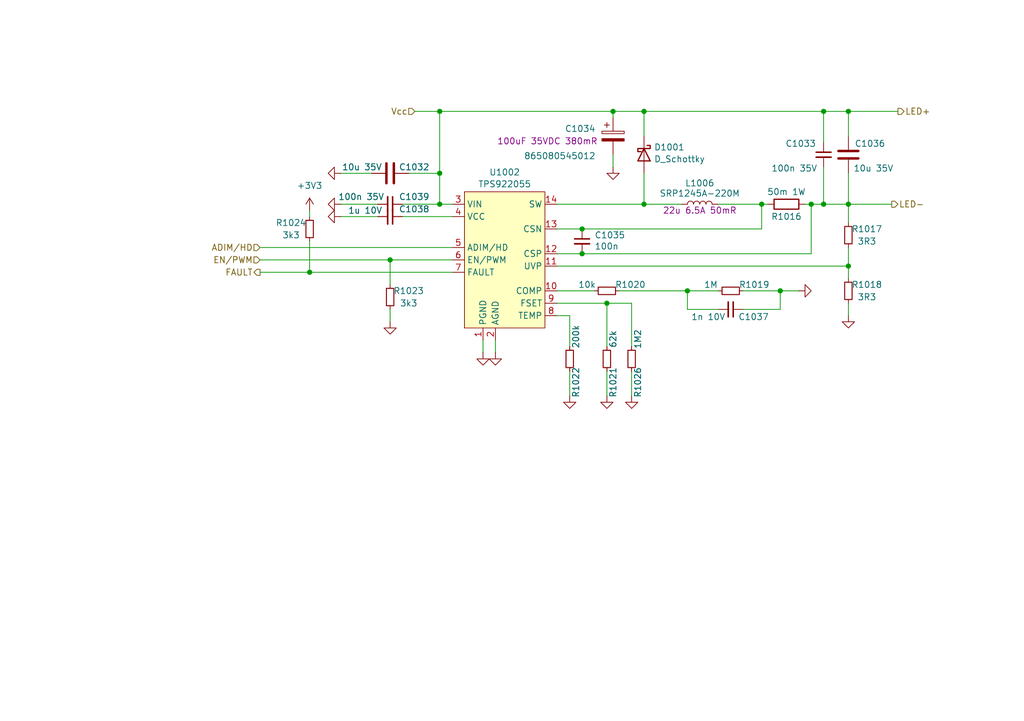
<source format=kicad_sch>
(kicad_sch (version 20231120) (generator "eeschema") (generator_version "8.0")
  (paper "A5")
  (lib_symbols
    (symbol "Device:C" (pin_numbers hide) (pin_names (offset 0.254))
      (property "Reference" "C" (at 0.635 2.54 0))
      (property "Value" "C" (at 0.635 -2.54 0))
      (symbol "C_0_1"
        (polyline (pts (xy -2.032 -0.762) (xy 2.032 -0.762)) (stroke (width 0.508)))
        (polyline (pts (xy -2.032 0.762) (xy 2.032 0.762)) (stroke (width 0.508)))
      )
      (symbol "C_1_1"
        (pin passive line (at 0 3.81 270) (length 2.794) (name "~") (number "1"))
        (pin passive line (at 0 -3.81 90) (length 2.794) (name "~") (number "2"))
      )
    )
    (symbol "Device:C_Polarized" (pin_numbers hide) (pin_names (offset 0.254))
      (property "Reference" "C" (at 0.635 2.54 0))
      (property "Value" "C_Polarized" (at 0.635 -2.54 0))
      (symbol "C_Polarized_0_1"
        (rectangle (start -2.286 0.508) (end 2.286 1.016))
        (polyline (pts (xy -1.778 2.286) (xy -0.762 2.286)))
        (polyline (pts (xy -1.27 2.794) (xy -1.27 1.778)))
        (rectangle (start 2.286 -0.508) (end -2.286 -1.016) (fill (type outline)))
      )
      (symbol "C_Polarized_1_1"
        (pin passive line (at 0 3.81 270) (length 2.794) (name "~") (number "1"))
        (pin passive line (at 0 -3.81 90) (length 2.794) (name "~") (number "2"))
      )
    )
    (symbol "Device:C_Small" (pin_numbers hide) (pin_names (offset 0.254) hide)
      (property "Reference" "C" (at 0.254 1.778 0))
      (property "Value" "C_Small" (at 0.254 -2.032 0))
      (symbol "C_Small_0_1"
        (polyline (pts (xy -1.524 -0.508) (xy 1.524 -0.508)) (stroke (width 0.3302)))
        (polyline (pts (xy -1.524 0.508) (xy 1.524 0.508)) (stroke (width 0.3048)))
      )
      (symbol "C_Small_1_1"
        (pin passive line (at 0 2.54 270) (length 2.032) (name "~") (number "1"))
        (pin passive line (at 0 -2.54 90) (length 2.032) (name "~") (number "2"))
      )
    )
    (symbol "Device:D_Schottky" (pin_numbers hide) (pin_names (offset 1.016) hide)
      (property "Reference" "D" (at 0 2.54 0))
      (property "Value" "D_Schottky" (at 0 -2.54 0))
      (symbol "D_Schottky_0_1"
        (polyline (pts (xy 1.27 0) (xy -1.27 0)))
        (polyline (pts (xy 1.27 1.27) (xy 1.27 -1.27) (xy -1.27 0) (xy 1.27 1.27)) (stroke (width 0.254)))
        (polyline (pts (xy -1.905 0.635) (xy -1.905 1.27) (xy -1.27 1.27) (xy -1.27 -1.27) (xy -0.635 -1.27) (xy -0.635 -0.635)) (stroke (width 0.254)))
      )
      (symbol "D_Schottky_1_1"
        (pin passive line (at -3.81 0 0) (length 2.54) (name "K") (number "1"))
        (pin passive line (at 3.81 0 180) (length 2.54) (name "A") (number "2"))
      )
    )
    (symbol "Device:L" (pin_numbers hide) (pin_names (offset 1.016) hide)
      (property "Reference" "L" (at -1.27 0 90))
      (property "Value" "L" (at 1.905 0 90))
      (symbol "L_0_1"
        (arc (start 0 -2.54) (mid 0.6323 -1.905) (end 0 -1.27))
        (arc (start 0 -1.27) (mid 0.6323 -0.635) (end 0 0))
        (arc (start 0 0) (mid 0.6323 0.635) (end 0 1.27))
        (arc (start 0 1.27) (mid 0.6323 1.905) (end 0 2.54))
      )
      (symbol "L_1_1"
        (pin passive line (at 0 3.81 270) (length 1.27) (name "1") (number "1"))
        (pin passive line (at 0 -3.81 90) (length 1.27) (name "2") (number "2"))
      )
    )
    (symbol "Device:R" (pin_numbers hide) (pin_names (offset 0))
      (property "Reference" "R" (at 2.032 0 90))
      (property "Value" "R" (at 0 0 90))
      (symbol "R_0_1"
        (rectangle (start -1.016 -2.54) (end 1.016 2.54) (stroke (width 0.254)))
      )
      (symbol "R_1_1"
        (pin passive line (at 0 3.81 270) (length 1.27) (name "~") (number "1"))
        (pin passive line (at 0 -3.81 90) (length 1.27) (name "~") (number "2"))
      )
    )
    (symbol "Device:R_Small" (pin_numbers hide) (pin_names (offset 0.254) hide)
      (property "Reference" "R" (at 0.762 0.508 0))
      (property "Value" "R_Small" (at 0.762 -1.016 0))
      (symbol "R_Small_0_1"
        (rectangle (start -0.762 1.778) (end 0.762 -1.778) (stroke (width 0.2032)))
      )
      (symbol "R_Small_1_1"
        (pin passive line (at 0 2.54 270) (length 0.762) (name "~") (number "1"))
        (pin passive line (at 0 -2.54 90) (length 0.762) (name "~") (number "2"))
      )
    )
    (symbol "local:TPS922055DMT"
      (property "Reference" "U1002" (at -0.635 4.0175 0))
      (property "Value" "TPS922055" (at -0.635 1.5932 0))
      (symbol "TPS922055DMT_1_1"
        (rectangle (start -8.89 0) (end 7.62 -27.94) (fill (type background)))
        (pin input line (at -5.08 -30.48 90) (length 2.54) (name "PGND") (number "1"))
        (pin input line (at 10.16 -20.32 180) (length 2.54) (name "COMP") (number "10"))
        (pin input line (at 10.16 -15.24 180) (length 2.54) (name "UVP") (number "11"))
        (pin input line (at 10.16 -12.7 180) (length 2.54) (name "CSP") (number "12"))
        (pin input line (at 10.16 -7.62 180) (length 2.54) (name "CSN") (number "13"))
        (pin input line (at 10.16 -2.54 180) (length 2.54) (name "SW") (number "14"))
        (pin input line (at -2.413 -27.559 90) (length 2.54) hide (name "EP") (number "15"))
        (pin input line (at -2.54 -30.48 90) (length 2.54) (name "AGND") (number "2"))
        (pin input line (at -11.43 -2.54 0) (length 2.54) (name "VIN") (number "3"))
        (pin input line (at -11.43 -5.08 0) (length 2.54) (name "VCC") (number "4"))
        (pin input line (at -11.43 -11.43 0) (length 2.54) (name "ADIM/HD") (number "5"))
        (pin input line (at -11.43 -13.97 0) (length 2.54) (name "EN/PWM") (number "6"))
        (pin input line (at -11.43 -16.51 0) (length 2.54) (name "FAULT") (number "7"))
        (pin input line (at 10.16 -25.4 180) (length 2.54) (name "TEMP") (number "8"))
        (pin input line (at 10.16 -22.86 180) (length 2.54) (name "FSET") (number "9"))
      )
    )
    (symbol "power:+3V3" (power) (pin_numbers hide) (pin_names (offset 0) hide)
      (property "Value" "+3V3" (at 0 3.556 0))
      (symbol "+3V3_0_1"
        (polyline (pts (xy -0.762 1.27) (xy 0 2.54)))
        (polyline (pts (xy 0 0) (xy 0 2.54)))
        (polyline (pts (xy 0 2.54) (xy 0.762 1.27)))
      )
      (symbol "+3V3_1_1"
        (pin power_in line (at 0 0 90) (length 0) (name "~") (number "1"))
      )
    )
    (symbol "power:GND" (power) (pin_numbers hide) (pin_names (offset 0) hide)
      (property "Value" "GND" (at 0 -3.81 0))
      (symbol "GND_0_1"
        (polyline (pts (xy 0 0) (xy 0 -1.27) (xy 1.27 -1.27) (xy 0 -2.54) (xy -1.27 -1.27) (xy 0 -1.27)))
      )
      (symbol "GND_1_1"
        (pin power_in line (at 0 0 270) (length 0) (name "~") (number "1"))
      )
    )
  )
  (junction (at 166.37 41.91))
  (junction (at 119.38 46.99))
  (junction (at 168.91 41.91))
  (junction (at 80.01 53.34))
  (junction (at 132.08 41.91))
  (junction (at 90.17 41.91))
  (junction (at 173.99 54.61))
  (junction (at 173.99 22.86))
  (junction (at 119.38 52.07))
  (junction (at 156.21 41.91))
  (junction (at 90.17 22.86))
  (junction (at 124.46 62.23))
  (junction (at 125.73 22.86))
  (junction (at 90.17 35.56))
  (junction (at 168.91 22.86))
  (junction (at 160.02 59.69))
  (junction (at 132.08 22.86))
  (junction (at 173.99 41.91))
  (junction (at 140.97 59.69))
  (junction (at 63.5 55.88))
  (wire (pts (xy 132.08 22.86) (xy 132.08 27.94)))
  (wire (pts (xy 173.99 22.86) (xy 168.91 22.86)))
  (wire (pts (xy 173.99 27.94) (xy 173.99 22.86)))
  (wire (pts (xy 114.3 62.23) (xy 124.46 62.23)))
  (wire (pts (xy 168.91 41.91) (xy 173.99 41.91)))
  (wire (pts (xy 53.34 50.8) (xy 92.71 50.8)))
  (wire (pts (xy 114.3 46.99) (xy 119.38 46.99)))
  (wire (pts (xy 114.3 59.69) (xy 121.92 59.69)))
  (wire (pts (xy 125.73 24.13) (xy 125.73 22.86)))
  (wire (pts (xy 147.32 41.91) (xy 156.21 41.91)))
  (wire (pts (xy 173.99 50.8) (xy 173.99 54.61)))
  (wire (pts (xy 129.54 62.23) (xy 124.46 62.23)))
  (wire (pts (xy 173.99 64.77) (xy 173.99 62.23)))
  (wire (pts (xy 166.37 52.07) (xy 166.37 41.91)))
  (wire (pts (xy 80.01 63.5) (xy 80.01 66.04)))
  (wire (pts (xy 132.08 41.91) (xy 139.7 41.91)))
  (wire (pts (xy 166.37 41.91) (xy 168.91 41.91)))
  (wire (pts (xy 152.4 63.5) (xy 160.02 63.5)))
  (wire (pts (xy 124.46 76.2) (xy 124.46 81.28)))
  (wire (pts (xy 156.21 41.91) (xy 157.48 41.91)))
  (wire (pts (xy 101.6 69.85) (xy 101.6 72.39)))
  (wire (pts (xy 116.84 76.2) (xy 116.84 81.28)))
  (wire (pts (xy 83.82 35.56) (xy 90.17 35.56)))
  (wire (pts (xy 114.3 52.07) (xy 119.38 52.07)))
  (wire (pts (xy 99.06 69.85) (xy 99.06 72.39)))
  (wire (pts (xy 160.02 63.5) (xy 160.02 59.69)))
  (wire (pts (xy 85.09 22.86) (xy 90.17 22.86)))
  (wire (pts (xy 168.91 22.86) (xy 168.91 29.21)))
  (wire (pts (xy 168.91 22.86) (xy 132.08 22.86)))
  (wire (pts (xy 129.54 76.2) (xy 129.54 81.28)))
  (wire (pts (xy 140.97 63.5) (xy 140.97 59.69)))
  (wire (pts (xy 90.17 41.91) (xy 90.17 35.56)))
  (wire (pts (xy 125.73 34.29) (xy 125.73 31.75)))
  (wire (pts (xy 82.55 41.91) (xy 90.17 41.91)))
  (wire (pts (xy 140.97 59.69) (xy 147.32 59.69)))
  (wire (pts (xy 124.46 71.12) (xy 124.46 62.23)))
  (wire (pts (xy 114.3 54.61) (xy 173.99 54.61)))
  (wire (pts (xy 173.99 54.61) (xy 173.99 57.15)))
  (wire (pts (xy 82.55 44.45) (xy 92.71 44.45)))
  (wire (pts (xy 119.38 46.99) (xy 156.21 46.99)))
  (wire (pts (xy 69.85 35.56) (xy 76.2 35.56)))
  (wire (pts (xy 166.37 41.91) (xy 165.1 41.91)))
  (wire (pts (xy 69.85 44.45) (xy 77.47 44.45)))
  (wire (pts (xy 90.17 22.86) (xy 125.73 22.86)))
  (wire (pts (xy 173.99 41.91) (xy 182.88 41.91)))
  (wire (pts (xy 80.01 53.34) (xy 80.01 58.42)))
  (wire (pts (xy 63.5 55.88) (xy 92.71 55.88)))
  (wire (pts (xy 125.73 22.86) (xy 132.08 22.86)))
  (wire (pts (xy 160.02 59.69) (xy 163.83 59.69)))
  (wire (pts (xy 63.5 49.53) (xy 63.5 55.88)))
  (wire (pts (xy 69.85 41.91) (xy 77.47 41.91)))
  (wire (pts (xy 53.34 55.88) (xy 63.5 55.88)))
  (wire (pts (xy 90.17 41.91) (xy 92.71 41.91)))
  (wire (pts (xy 116.84 71.12) (xy 116.84 64.77)))
  (wire (pts (xy 129.54 71.12) (xy 129.54 62.23)))
  (wire (pts (xy 173.99 22.86) (xy 184.15 22.86)))
  (wire (pts (xy 147.32 63.5) (xy 140.97 63.5)))
  (wire (pts (xy 114.3 64.77) (xy 116.84 64.77)))
  (wire (pts (xy 90.17 35.56) (xy 90.17 22.86)))
  (wire (pts (xy 173.99 41.91) (xy 173.99 45.72)))
  (wire (pts (xy 53.34 53.34) (xy 80.01 53.34)))
  (wire (pts (xy 127 59.69) (xy 140.97 59.69)))
  (wire (pts (xy 114.3 41.91) (xy 132.08 41.91)))
  (wire (pts (xy 119.38 52.07) (xy 166.37 52.07)))
  (wire (pts (xy 152.4 59.69) (xy 160.02 59.69)))
  (wire (pts (xy 132.08 35.56) (xy 132.08 41.91)))
  (wire (pts (xy 173.99 35.56) (xy 173.99 41.91)))
  (wire (pts (xy 156.21 46.99) (xy 156.21 41.91)))
  (wire (pts (xy 80.01 53.34) (xy 92.71 53.34)))
  (wire (pts (xy 168.91 41.91) (xy 168.91 34.29)))
  (wire (pts (xy 63.5 43.18) (xy 63.5 44.45)))
  (hierarchical_label "LED+" (shape output) (at 184.15 22.86 0))
  (hierarchical_label "Vcc" (shape input) (at 85.09 22.86 180))
  (hierarchical_label "EN{slash}PWM" (shape input) (at 53.34 53.34 180))
  (hierarchical_label "LED-" (shape output) (at 182.88 41.91 0))
  (hierarchical_label "FAULT" (shape output) (at 53.34 55.88 180))
  (hierarchical_label "ADIM{slash}HD" (shape input) (at 53.34 50.8 180))
  (symbol (lib_id "power:GND") (at 69.85 35.56 270) (unit 1)
    (property "Reference" "#PWR01012" (effects (hide yes)))
    (property "Value" "GND" (effects (hide yes)))
  )
  (symbol (lib_id "power:+3V3") (at 63.5 43.18 0) (unit 1)
    (property "Reference" "#PWR01003" (effects (hide yes)))
    (property "Value" "+3V3" (at 63.5 38.1 0))
    (property "Description" "Power symbol creates a global label with name \"+3V3\"" (effects (hide yes)))
  )
  (symbol (lib_id "power:GND") (at 99.06 72.39 0) (unit 1)
    (property "Reference" "#PWR01029" (effects (hide yes)))
    (property "Value" "GND" (effects (hide yes)))
  )
  (symbol (lib_id "Device:C_Small") (at 80.01 41.91 270) (mirror x) (unit 1)
    (property "Reference" "C1039" (at 81.788 40.386 90) (effects (justify left)))
    (property "Value" "100n 35V" (at 69.342 40.386 90) (effects (justify left)))
    (property "Footprint" "Capacitor_SMD:C_0603_1608Metric" (effects (hide yes)))
  )
  (symbol (lib_id "Device:R_Small") (at 124.46 73.66 0) (mirror y) (unit 1)
    (property "Reference" "R1021" (at 125.73 78.486 90))
    (property "Value" "62k" (at 125.73 69.596 90))
    (property "Footprint" "Resistor_SMD:R_0603_1608Metric" (effects (hide yes)))
  )
  (symbol (lib_id "local:TPS922055DMT") (at 104.14 39.37 0) (unit 1)
    (property "Reference" "U1002" (at 103.505 35.3525 0))
    (property "Value" "TPS922055" (at 103.505 37.7768 0))
    (property "Footprint" "libs:SON65P300X450X100-15M-D" (effects (hide yes)))
    (property "Datasheet" "https://www.ti.com/lit/ds/symlink/tps922054.pdf?ts=1725931336371&ref_url=https%253A%252F%252Fcz.mouser.com%252F" (effects (hide yes)))
  )
  (symbol (lib_id "power:GND") (at 173.99 64.77 0) (unit 1)
    (property "Reference" "#PWR01030" (effects (hide yes)))
    (property "Value" "GND" (effects (hide yes)))
  )
  (symbol (lib_id "power:GND") (at 116.84 81.28 0) (mirror y) (unit 1)
    (property "Reference" "#PWR01032" (effects (hide yes)))
    (property "Value" "GND" (effects (hide yes)))
  )
  (symbol (lib_id "power:GND") (at 163.83 59.69 90) (mirror x) (unit 1)
    (property "Reference" "#PWR01031" (effects (hide yes)))
    (property "Value" "GND" (effects (hide yes)))
  )
  (symbol (lib_id "Device:R") (at 161.29 41.91 270) (unit 1)
    (property "Reference" "R1016" (at 161.29 44.45 90))
    (property "Value" "50m 1W" (at 161.29 39.37 90))
    (property "Footprint" "Resistor_SMD:R_1812_4532Metric" (effects (hide yes)))
  )
  (symbol (lib_id "Device:C_Small") (at 80.01 44.45 270) (mirror x) (unit 1)
    (property "Reference" "C1038" (at 81.788 42.926 90) (effects (justify left)))
    (property "Value" "1u 10V" (at 71.374 43.18 90) (effects (justify left)))
    (property "Footprint" "Capacitor_SMD:C_0603_1608Metric" (effects (hide yes)))
  )
  (symbol (lib_id "power:GND") (at 129.54 81.28 0) (mirror y) (unit 1)
    (property "Reference" "#PWR01036" (effects (hide yes)))
    (property "Value" "GND" (effects (hide yes)))
  )
  (symbol (lib_id "Device:R_Small") (at 80.01 60.96 0) (mirror x) (unit 1)
    (property "Reference" "R1023" (at 83.82 59.69 0))
    (property "Value" "3k3" (at 83.82 62.23 0))
    (property "Footprint" "Resistor_SMD:R_0603_1608Metric" (effects (hide yes)))
  )
  (symbol (lib_id "power:GND") (at 101.6 72.39 0) (unit 1)
    (property "Reference" "#PWR01025" (effects (hide yes)))
    (property "Value" "GND" (effects (hide yes)))
  )
  (symbol (lib_id "Device:R_Small") (at 63.5 46.99 180) (unit 1)
    (property "Reference" "R1024" (at 59.69 45.72 0))
    (property "Value" "3k3" (at 59.69 48.26 0))
    (property "Footprint" "Resistor_SMD:R_0603_1608Metric" (effects (hide yes)))
  )
  (symbol (lib_id "Device:R_Small") (at 173.99 59.69 0) (mirror x) (unit 1)
    (property "Reference" "R1018" (at 177.8 58.42 0))
    (property "Value" "3R3" (at 177.8 60.96 0))
    (property "Footprint" "Resistor_SMD:R_0603_1608Metric" (effects (hide yes)))
  )
  (symbol (lib_id "Device:C_Polarized") (at 125.73 27.94 0) (unit 1)
    (property "Reference" "C1034" (at 115.824 26.416 0) (effects (justify left)))
    (property "Value" "865080545012" (at 122.174 32.004 0) (effects (justify right)))
    (property "Footprint" "Capacitor_SMD:C_Elec_6.3x7.7" (effects (hide yes)))
    (property "Description" "100uF 35VDC 380mR" (at 112.268 28.956 0))
  )
  (symbol (lib_id "power:GND") (at 80.01 66.04 0) (unit 1)
    (property "Reference" "#PWR01002" (effects (hide yes)))
    (property "Value" "GND" (effects (hide yes)))
  )
  (symbol (lib_id "Device:C_Small") (at 149.86 63.5 270) (mirror x) (unit 1)
    (property "Reference" "C1037" (at 151.384 65.024 90) (effects (justify left)))
    (property "Value" "1n 10V" (at 141.732 65.024 90) (effects (justify left)))
    (property "Footprint" "Capacitor_SMD:C_0603_1608Metric" (effects (hide yes)))
  )
  (symbol (lib_id "power:GND") (at 125.73 34.29 0) (unit 1)
    (property "Reference" "#PWR01006" (effects (hide yes)))
    (property "Value" "GND" (effects (hide yes)))
  )
  (symbol (lib_id "Device:C_Small") (at 168.91 31.75 0) (mirror y) (unit 1)
    (property "Reference" "C1033" (at 167.386 29.464 0) (effects (justify left)))
    (property "Value" "100n 35V" (at 167.64 34.544 0) (effects (justify left)))
    (property "Footprint" "Capacitor_SMD:C_0603_1608Metric" (effects (hide yes)))
  )
  (symbol (lib_id "Device:L") (at 143.51 41.91 90) (unit 1)
    (property "Reference" "L1006" (at 143.51 37.592 90))
    (property "Value" "SRP1245A-220M" (at 143.51 39.6846 90))
    (property "Footprint" "Inductor_SMD:L_Bourns_SRP1245A" (effects (hide yes)))
    (property "Datasheet" "https://www.bourns.com/docs/product-datasheets/srp1245a.pdf?sfvrsn=367391f1_36" (effects (hide yes)))
    (property "Description" "22u 6.5A 50mR" (at 143.51 43.18 90))
  )
  (symbol (lib_id "power:GND") (at 69.85 41.91 270) (unit 1)
    (property "Reference" "#PWR01035" (effects (hide yes)))
    (property "Value" "GND" (effects (hide yes)))
  )
  (symbol (lib_id "Device:D_Schottky") (at 132.08 31.75 270) (unit 1)
    (property "Reference" "D1001" (at 134.112 30.2203 90) (effects (justify left)))
    (property "Value" "D_Schottky" (at 134.112 32.6446 90) (effects (justify left)))
    (property "Description" "Schottky diode" (effects (hide yes)))
  )
  (symbol (lib_id "Device:R_Small") (at 116.84 73.66 0) (mirror y) (unit 1)
    (property "Reference" "R1022" (at 118.11 78.486 90))
    (property "Value" "200k" (at 118.11 69.088 90))
    (property "Footprint" "Resistor_SMD:R_0603_1608Metric" (effects (hide yes)))
  )
  (symbol (lib_id "Device:R_Small") (at 124.46 59.69 90) (mirror x) (unit 1)
    (property "Reference" "R1020" (at 129.286 58.42 90))
    (property "Value" "10k" (at 120.396 58.42 90))
    (property "Footprint" "Resistor_SMD:R_0603_1608Metric" (effects (hide yes)))
  )
  (symbol (lib_id "Device:R_Small") (at 149.86 59.69 90) (mirror x) (unit 1)
    (property "Reference" "R1019" (at 154.686 58.42 90))
    (property "Value" "1M" (at 145.796 58.42 90))
    (property "Footprint" "Resistor_SMD:R_0603_1608Metric" (effects (hide yes)))
  )
  (symbol (lib_id "Device:C") (at 80.01 35.56 270) (mirror x) (unit 1)
    (property "Reference" "C1032" (at 81.788 34.29 90) (effects (justify left)))
    (property "Value" "10u 35V" (at 70.104 34.29 90) (effects (justify left)))
    (property "Footprint" "Capacitor_SMD:C_1206_3216Metric" (effects (hide yes)))
  )
  (symbol (lib_id "Device:R_Small") (at 173.99 48.26 0) (mirror x) (unit 1)
    (property "Reference" "R1017" (at 177.8 46.99 0))
    (property "Value" "3R3" (at 177.8 49.53 0))
    (property "Footprint" "Resistor_SMD:R_0603_1608Metric" (effects (hide yes)))
  )
  (symbol (lib_id "power:GND") (at 69.85 44.45 270) (unit 1)
    (property "Reference" "#PWR01034" (effects (hide yes)))
    (property "Value" "GND" (effects (hide yes)))
  )
  (symbol (lib_id "Device:C_Small") (at 119.38 49.53 0) (unit 1)
    (property "Reference" "C1035" (at 121.92 48.26 0) (effects (justify left)))
    (property "Value" "100n" (at 121.92 50.546 0) (effects (justify left)))
    (property "Footprint" "Capacitor_SMD:C_0603_1608Metric" (effects (hide yes)))
  )
  (symbol (lib_id "Device:R_Small") (at 129.54 73.66 0) (mirror y) (unit 1)
    (property "Reference" "R1026" (at 130.81 78.486 90))
    (property "Value" "1M2" (at 130.81 69.596 90))
    (property "Footprint" "Resistor_SMD:R_0603_1608Metric" (effects (hide yes)))
  )
  (symbol (lib_id "power:GND") (at 124.46 81.28 0) (mirror y) (unit 1)
    (property "Reference" "#PWR01033" (effects (hide yes)))
    (property "Value" "GND" (effects (hide yes)))
  )
  (symbol (lib_id "Device:C") (at 173.99 31.75 0) (mirror x) (unit 1)
    (property "Reference" "C1036" (at 175.26 29.464 0) (effects (justify left)))
    (property "Value" "10u 35V" (at 175.006 34.544 0) (effects (justify left)))
    (property "Footprint" "Capacitor_SMD:C_1206_3216Metric" (effects (hide yes)))
  )
)
</source>
